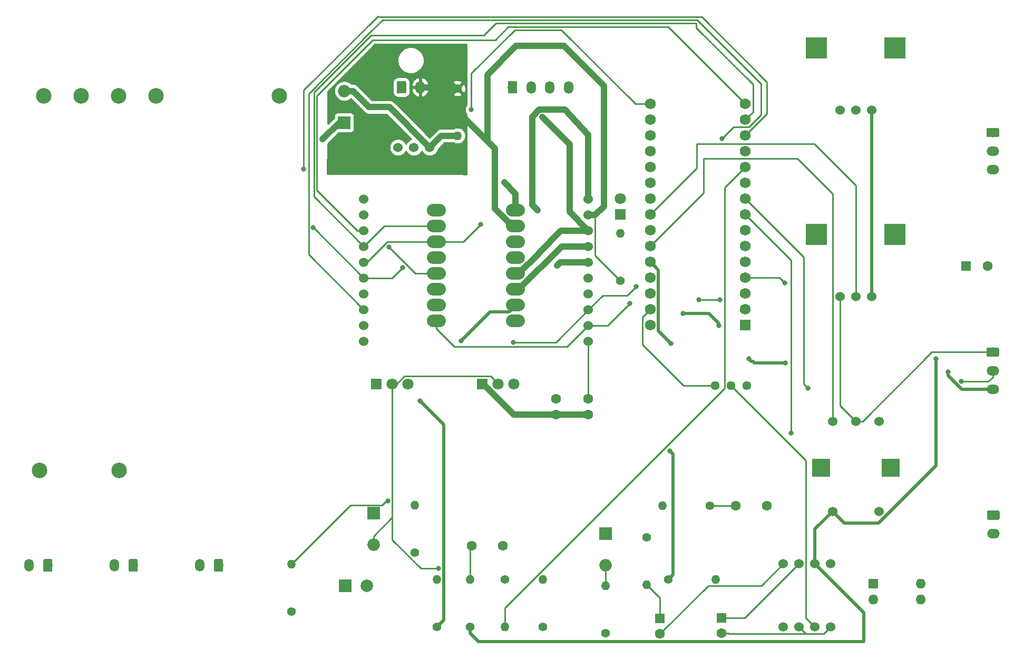
<source format=gbr>
G04 #@! TF.GenerationSoftware,KiCad,Pcbnew,5.1.2-f72e74a~84~ubuntu19.04.1*
G04 #@! TF.CreationDate,2019-10-23T18:47:17+02:00*
G04 #@! TF.ProjectId,upuaut,75707561-7574-42e6-9b69-6361645f7063,rev?*
G04 #@! TF.SameCoordinates,Original*
G04 #@! TF.FileFunction,Copper,L2,Bot*
G04 #@! TF.FilePolarity,Positive*
%FSLAX46Y46*%
G04 Gerber Fmt 4.6, Leading zero omitted, Abs format (unit mm)*
G04 Created by KiCad (PCBNEW 5.1.2-f72e74a~84~ubuntu19.04.1) date 2019-10-23 18:47:17*
%MOMM*%
%LPD*%
G04 APERTURE LIST*
%ADD10C,2.500000*%
%ADD11C,1.524000*%
%ADD12C,1.440000*%
%ADD13R,2.000000X2.000000*%
%ADD14C,2.000000*%
%ADD15C,1.600000*%
%ADD16R,1.600000X1.600000*%
%ADD17O,2.000000X2.000000*%
%ADD18R,1.800000X1.800000*%
%ADD19C,1.800000*%
%ADD20C,1.400000*%
%ADD21O,1.400000X1.400000*%
%ADD22C,0.100000*%
%ADD23C,1.500000*%
%ADD24O,2.020000X1.500000*%
%ADD25O,1.500000X2.020000*%
%ADD26R,3.500000X3.500000*%
%ADD27R,3.000000X3.000000*%
%ADD28O,3.048000X2.032000*%
%ADD29C,1.727200*%
%ADD30R,1.727200X1.727200*%
%ADD31O,1.600000X1.600000*%
%ADD32C,0.800000*%
%ADD33C,0.250000*%
%ADD34C,0.500000*%
%ADD35C,1.000000*%
%ADD36C,0.254000*%
G04 APERTURE END LIST*
D10*
X81650000Y-110900000D03*
X68900000Y-110900000D03*
X107350000Y-50700000D03*
X87600000Y-50700000D03*
X81550000Y-50700000D03*
X75550000Y-50700000D03*
X69550000Y-50700000D03*
D11*
X120966000Y-90176000D03*
X120966000Y-87636000D03*
X120966000Y-85096000D03*
X120966000Y-82556000D03*
X120966000Y-80016000D03*
X120966000Y-74936000D03*
X120966000Y-77476000D03*
X120966000Y-72396000D03*
X120966000Y-69856000D03*
X120966000Y-67316000D03*
X157034000Y-90176000D03*
X157034000Y-87636000D03*
X157034000Y-85096000D03*
X157034000Y-82556000D03*
X157034000Y-80016000D03*
X157034000Y-77476000D03*
X157034000Y-74936000D03*
X157034000Y-72396000D03*
X157034000Y-69856000D03*
X157034000Y-67316000D03*
D12*
X177420000Y-97300000D03*
X179960000Y-97300000D03*
X182500000Y-97300000D03*
D13*
X117934000Y-129490000D03*
D14*
X121434000Y-129490000D03*
D15*
X138300000Y-123000000D03*
X143300000Y-123000000D03*
X168500000Y-137200000D03*
D16*
X168500000Y-134700000D03*
D15*
X185700000Y-116600000D03*
X180700000Y-116600000D03*
D16*
X217700000Y-78100000D03*
D15*
X221200000Y-78100000D03*
D16*
X178400000Y-134600000D03*
D15*
X178400000Y-137100000D03*
D13*
X122506000Y-117806000D03*
D17*
X122506000Y-122886000D03*
D18*
X162200000Y-69800000D03*
D19*
X162200000Y-67260000D03*
D17*
X159800000Y-126180000D03*
D13*
X159800000Y-121100000D03*
D15*
X151800000Y-99400000D03*
X151800000Y-101900000D03*
X157000000Y-101900000D03*
X157000000Y-99400000D03*
D11*
X131540000Y-59000000D03*
X129000000Y-59000000D03*
X126460000Y-59000000D03*
D20*
X132666000Y-136094000D03*
D21*
X132666000Y-128474000D03*
D20*
X129110000Y-124156000D03*
D21*
X129110000Y-116536000D03*
D20*
X149684000Y-136094000D03*
D21*
X149684000Y-128474000D03*
D20*
X109300000Y-133600000D03*
D21*
X109300000Y-125980000D03*
X143588000Y-136094000D03*
D20*
X143588000Y-128474000D03*
X162200000Y-80400000D03*
D21*
X162200000Y-72780000D03*
X168980000Y-116600000D03*
D20*
X176600000Y-116600000D03*
D21*
X166400000Y-129320000D03*
D20*
X166400000Y-121700000D03*
D21*
X138000000Y-128474000D03*
D20*
X138000000Y-136094000D03*
D21*
X159772000Y-129474000D03*
D20*
X159772000Y-137094000D03*
D22*
G36*
X222784504Y-91151204D02*
G01*
X222808773Y-91154804D01*
X222832571Y-91160765D01*
X222855671Y-91169030D01*
X222877849Y-91179520D01*
X222898893Y-91192133D01*
X222918598Y-91206747D01*
X222936777Y-91223223D01*
X222953253Y-91241402D01*
X222967867Y-91261107D01*
X222980480Y-91282151D01*
X222990970Y-91304329D01*
X222999235Y-91327429D01*
X223005196Y-91351227D01*
X223008796Y-91375496D01*
X223010000Y-91400000D01*
X223010000Y-92400000D01*
X223008796Y-92424504D01*
X223005196Y-92448773D01*
X222999235Y-92472571D01*
X222990970Y-92495671D01*
X222980480Y-92517849D01*
X222967867Y-92538893D01*
X222953253Y-92558598D01*
X222936777Y-92576777D01*
X222918598Y-92593253D01*
X222898893Y-92607867D01*
X222877849Y-92620480D01*
X222855671Y-92630970D01*
X222832571Y-92639235D01*
X222808773Y-92645196D01*
X222784504Y-92648796D01*
X222760000Y-92650000D01*
X221240000Y-92650000D01*
X221215496Y-92648796D01*
X221191227Y-92645196D01*
X221167429Y-92639235D01*
X221144329Y-92630970D01*
X221122151Y-92620480D01*
X221101107Y-92607867D01*
X221081402Y-92593253D01*
X221063223Y-92576777D01*
X221046747Y-92558598D01*
X221032133Y-92538893D01*
X221019520Y-92517849D01*
X221009030Y-92495671D01*
X221000765Y-92472571D01*
X220994804Y-92448773D01*
X220991204Y-92424504D01*
X220990000Y-92400000D01*
X220990000Y-91400000D01*
X220991204Y-91375496D01*
X220994804Y-91351227D01*
X221000765Y-91327429D01*
X221009030Y-91304329D01*
X221019520Y-91282151D01*
X221032133Y-91261107D01*
X221046747Y-91241402D01*
X221063223Y-91223223D01*
X221081402Y-91206747D01*
X221101107Y-91192133D01*
X221122151Y-91179520D01*
X221144329Y-91169030D01*
X221167429Y-91160765D01*
X221191227Y-91154804D01*
X221215496Y-91151204D01*
X221240000Y-91150000D01*
X222760000Y-91150000D01*
X222784504Y-91151204D01*
X222784504Y-91151204D01*
G37*
D23*
X222000000Y-91900000D03*
D24*
X222000000Y-94900000D03*
X222000000Y-97900000D03*
D22*
G36*
X70706504Y-125179204D02*
G01*
X70730773Y-125182804D01*
X70754571Y-125188765D01*
X70777671Y-125197030D01*
X70799849Y-125207520D01*
X70820893Y-125220133D01*
X70840598Y-125234747D01*
X70858777Y-125251223D01*
X70875253Y-125269402D01*
X70889867Y-125289107D01*
X70902480Y-125310151D01*
X70912970Y-125332329D01*
X70921235Y-125355429D01*
X70927196Y-125379227D01*
X70930796Y-125403496D01*
X70932000Y-125428000D01*
X70932000Y-126948000D01*
X70930796Y-126972504D01*
X70927196Y-126996773D01*
X70921235Y-127020571D01*
X70912970Y-127043671D01*
X70902480Y-127065849D01*
X70889867Y-127086893D01*
X70875253Y-127106598D01*
X70858777Y-127124777D01*
X70840598Y-127141253D01*
X70820893Y-127155867D01*
X70799849Y-127168480D01*
X70777671Y-127178970D01*
X70754571Y-127187235D01*
X70730773Y-127193196D01*
X70706504Y-127196796D01*
X70682000Y-127198000D01*
X69682000Y-127198000D01*
X69657496Y-127196796D01*
X69633227Y-127193196D01*
X69609429Y-127187235D01*
X69586329Y-127178970D01*
X69564151Y-127168480D01*
X69543107Y-127155867D01*
X69523402Y-127141253D01*
X69505223Y-127124777D01*
X69488747Y-127106598D01*
X69474133Y-127086893D01*
X69461520Y-127065849D01*
X69451030Y-127043671D01*
X69442765Y-127020571D01*
X69436804Y-126996773D01*
X69433204Y-126972504D01*
X69432000Y-126948000D01*
X69432000Y-125428000D01*
X69433204Y-125403496D01*
X69436804Y-125379227D01*
X69442765Y-125355429D01*
X69451030Y-125332329D01*
X69461520Y-125310151D01*
X69474133Y-125289107D01*
X69488747Y-125269402D01*
X69505223Y-125251223D01*
X69523402Y-125234747D01*
X69543107Y-125220133D01*
X69564151Y-125207520D01*
X69586329Y-125197030D01*
X69609429Y-125188765D01*
X69633227Y-125182804D01*
X69657496Y-125179204D01*
X69682000Y-125178000D01*
X70682000Y-125178000D01*
X70706504Y-125179204D01*
X70706504Y-125179204D01*
G37*
D23*
X70182000Y-126188000D03*
D25*
X67182000Y-126188000D03*
D11*
X202540000Y-53000000D03*
X200000000Y-53000000D03*
X197460000Y-53000000D03*
D26*
X193700000Y-43000000D03*
X206300000Y-43000000D03*
D22*
G36*
X145374504Y-48311204D02*
G01*
X145398773Y-48314804D01*
X145422571Y-48320765D01*
X145445671Y-48329030D01*
X145467849Y-48339520D01*
X145488893Y-48352133D01*
X145508598Y-48366747D01*
X145526777Y-48383223D01*
X145543253Y-48401402D01*
X145557867Y-48421107D01*
X145570480Y-48442151D01*
X145580970Y-48464329D01*
X145589235Y-48487429D01*
X145595196Y-48511227D01*
X145598796Y-48535496D01*
X145600000Y-48560000D01*
X145600000Y-50080000D01*
X145598796Y-50104504D01*
X145595196Y-50128773D01*
X145589235Y-50152571D01*
X145580970Y-50175671D01*
X145570480Y-50197849D01*
X145557867Y-50218893D01*
X145543253Y-50238598D01*
X145526777Y-50256777D01*
X145508598Y-50273253D01*
X145488893Y-50287867D01*
X145467849Y-50300480D01*
X145445671Y-50310970D01*
X145422571Y-50319235D01*
X145398773Y-50325196D01*
X145374504Y-50328796D01*
X145350000Y-50330000D01*
X144350000Y-50330000D01*
X144325496Y-50328796D01*
X144301227Y-50325196D01*
X144277429Y-50319235D01*
X144254329Y-50310970D01*
X144232151Y-50300480D01*
X144211107Y-50287867D01*
X144191402Y-50273253D01*
X144173223Y-50256777D01*
X144156747Y-50238598D01*
X144142133Y-50218893D01*
X144129520Y-50197849D01*
X144119030Y-50175671D01*
X144110765Y-50152571D01*
X144104804Y-50128773D01*
X144101204Y-50104504D01*
X144100000Y-50080000D01*
X144100000Y-48560000D01*
X144101204Y-48535496D01*
X144104804Y-48511227D01*
X144110765Y-48487429D01*
X144119030Y-48464329D01*
X144129520Y-48442151D01*
X144142133Y-48421107D01*
X144156747Y-48401402D01*
X144173223Y-48383223D01*
X144191402Y-48366747D01*
X144211107Y-48352133D01*
X144232151Y-48339520D01*
X144254329Y-48329030D01*
X144277429Y-48320765D01*
X144301227Y-48314804D01*
X144325496Y-48311204D01*
X144350000Y-48310000D01*
X145350000Y-48310000D01*
X145374504Y-48311204D01*
X145374504Y-48311204D01*
G37*
D23*
X144850000Y-49320000D03*
D25*
X147850000Y-49320000D03*
X150850000Y-49320000D03*
X153850000Y-49320000D03*
D18*
X140000000Y-97000000D03*
D19*
X142540000Y-97000000D03*
X145080000Y-97000000D03*
X128080000Y-97000000D03*
X125540000Y-97000000D03*
D18*
X123000000Y-97000000D03*
D26*
X206300000Y-73000000D03*
X193700000Y-73000000D03*
D11*
X197460000Y-83000000D03*
X200000000Y-83000000D03*
X202540000Y-83000000D03*
X203750000Y-103014000D03*
X196250000Y-103000000D03*
X200000000Y-103000000D03*
D27*
X205600000Y-110500000D03*
X194400000Y-110500000D03*
D11*
X196250000Y-117500000D03*
X203750000Y-117500000D03*
X188320000Y-136080000D03*
X190860000Y-136080000D03*
X193400000Y-136080000D03*
X195940000Y-136080000D03*
X195940000Y-125920000D03*
X193400000Y-125920000D03*
X190860000Y-125920000D03*
X188320000Y-125920000D03*
D28*
X145350000Y-86890000D03*
X145350000Y-84350000D03*
X145350000Y-81810000D03*
X145350000Y-79270000D03*
X145350000Y-76730000D03*
X145350000Y-74190000D03*
X145350000Y-71650000D03*
X145350000Y-69110000D03*
X132650000Y-69110000D03*
X132650000Y-71650000D03*
X132650000Y-74190000D03*
X132650000Y-76730000D03*
X132650000Y-79270000D03*
X132650000Y-81810000D03*
X132650000Y-84350000D03*
X132650000Y-86890000D03*
D24*
X222000000Y-62600000D03*
X222000000Y-59600000D03*
D22*
G36*
X222784504Y-55851204D02*
G01*
X222808773Y-55854804D01*
X222832571Y-55860765D01*
X222855671Y-55869030D01*
X222877849Y-55879520D01*
X222898893Y-55892133D01*
X222918598Y-55906747D01*
X222936777Y-55923223D01*
X222953253Y-55941402D01*
X222967867Y-55961107D01*
X222980480Y-55982151D01*
X222990970Y-56004329D01*
X222999235Y-56027429D01*
X223005196Y-56051227D01*
X223008796Y-56075496D01*
X223010000Y-56100000D01*
X223010000Y-57100000D01*
X223008796Y-57124504D01*
X223005196Y-57148773D01*
X222999235Y-57172571D01*
X222990970Y-57195671D01*
X222980480Y-57217849D01*
X222967867Y-57238893D01*
X222953253Y-57258598D01*
X222936777Y-57276777D01*
X222918598Y-57293253D01*
X222898893Y-57307867D01*
X222877849Y-57320480D01*
X222855671Y-57330970D01*
X222832571Y-57339235D01*
X222808773Y-57345196D01*
X222784504Y-57348796D01*
X222760000Y-57350000D01*
X221240000Y-57350000D01*
X221215496Y-57348796D01*
X221191227Y-57345196D01*
X221167429Y-57339235D01*
X221144329Y-57330970D01*
X221122151Y-57320480D01*
X221101107Y-57307867D01*
X221081402Y-57293253D01*
X221063223Y-57276777D01*
X221046747Y-57258598D01*
X221032133Y-57238893D01*
X221019520Y-57217849D01*
X221009030Y-57195671D01*
X221000765Y-57172571D01*
X220994804Y-57148773D01*
X220991204Y-57124504D01*
X220990000Y-57100000D01*
X220990000Y-56100000D01*
X220991204Y-56075496D01*
X220994804Y-56051227D01*
X221000765Y-56027429D01*
X221009030Y-56004329D01*
X221019520Y-55982151D01*
X221032133Y-55961107D01*
X221046747Y-55941402D01*
X221063223Y-55923223D01*
X221081402Y-55906747D01*
X221101107Y-55892133D01*
X221122151Y-55879520D01*
X221144329Y-55869030D01*
X221167429Y-55860765D01*
X221191227Y-55854804D01*
X221215496Y-55851204D01*
X221240000Y-55850000D01*
X222760000Y-55850000D01*
X222784504Y-55851204D01*
X222784504Y-55851204D01*
G37*
D23*
X222000000Y-56600000D03*
D24*
X222100000Y-121100000D03*
D22*
G36*
X222884504Y-117351204D02*
G01*
X222908773Y-117354804D01*
X222932571Y-117360765D01*
X222955671Y-117369030D01*
X222977849Y-117379520D01*
X222998893Y-117392133D01*
X223018598Y-117406747D01*
X223036777Y-117423223D01*
X223053253Y-117441402D01*
X223067867Y-117461107D01*
X223080480Y-117482151D01*
X223090970Y-117504329D01*
X223099235Y-117527429D01*
X223105196Y-117551227D01*
X223108796Y-117575496D01*
X223110000Y-117600000D01*
X223110000Y-118600000D01*
X223108796Y-118624504D01*
X223105196Y-118648773D01*
X223099235Y-118672571D01*
X223090970Y-118695671D01*
X223080480Y-118717849D01*
X223067867Y-118738893D01*
X223053253Y-118758598D01*
X223036777Y-118776777D01*
X223018598Y-118793253D01*
X222998893Y-118807867D01*
X222977849Y-118820480D01*
X222955671Y-118830970D01*
X222932571Y-118839235D01*
X222908773Y-118845196D01*
X222884504Y-118848796D01*
X222860000Y-118850000D01*
X221340000Y-118850000D01*
X221315496Y-118848796D01*
X221291227Y-118845196D01*
X221267429Y-118839235D01*
X221244329Y-118830970D01*
X221222151Y-118820480D01*
X221201107Y-118807867D01*
X221181402Y-118793253D01*
X221163223Y-118776777D01*
X221146747Y-118758598D01*
X221132133Y-118738893D01*
X221119520Y-118717849D01*
X221109030Y-118695671D01*
X221100765Y-118672571D01*
X221094804Y-118648773D01*
X221091204Y-118624504D01*
X221090000Y-118600000D01*
X221090000Y-117600000D01*
X221091204Y-117575496D01*
X221094804Y-117551227D01*
X221100765Y-117527429D01*
X221109030Y-117504329D01*
X221119520Y-117482151D01*
X221132133Y-117461107D01*
X221146747Y-117441402D01*
X221163223Y-117423223D01*
X221181402Y-117406747D01*
X221201107Y-117392133D01*
X221222151Y-117379520D01*
X221244329Y-117369030D01*
X221267429Y-117360765D01*
X221291227Y-117354804D01*
X221315496Y-117351204D01*
X221340000Y-117350000D01*
X222860000Y-117350000D01*
X222884504Y-117351204D01*
X222884504Y-117351204D01*
G37*
D23*
X222100000Y-118100000D03*
D22*
G36*
X127524504Y-48311204D02*
G01*
X127548773Y-48314804D01*
X127572571Y-48320765D01*
X127595671Y-48329030D01*
X127617849Y-48339520D01*
X127638893Y-48352133D01*
X127658598Y-48366747D01*
X127676777Y-48383223D01*
X127693253Y-48401402D01*
X127707867Y-48421107D01*
X127720480Y-48442151D01*
X127730970Y-48464329D01*
X127739235Y-48487429D01*
X127745196Y-48511227D01*
X127748796Y-48535496D01*
X127750000Y-48560000D01*
X127750000Y-50080000D01*
X127748796Y-50104504D01*
X127745196Y-50128773D01*
X127739235Y-50152571D01*
X127730970Y-50175671D01*
X127720480Y-50197849D01*
X127707867Y-50218893D01*
X127693253Y-50238598D01*
X127676777Y-50256777D01*
X127658598Y-50273253D01*
X127638893Y-50287867D01*
X127617849Y-50300480D01*
X127595671Y-50310970D01*
X127572571Y-50319235D01*
X127548773Y-50325196D01*
X127524504Y-50328796D01*
X127500000Y-50330000D01*
X126500000Y-50330000D01*
X126475496Y-50328796D01*
X126451227Y-50325196D01*
X126427429Y-50319235D01*
X126404329Y-50310970D01*
X126382151Y-50300480D01*
X126361107Y-50287867D01*
X126341402Y-50273253D01*
X126323223Y-50256777D01*
X126306747Y-50238598D01*
X126292133Y-50218893D01*
X126279520Y-50197849D01*
X126269030Y-50175671D01*
X126260765Y-50152571D01*
X126254804Y-50128773D01*
X126251204Y-50104504D01*
X126250000Y-50080000D01*
X126250000Y-48560000D01*
X126251204Y-48535496D01*
X126254804Y-48511227D01*
X126260765Y-48487429D01*
X126269030Y-48464329D01*
X126279520Y-48442151D01*
X126292133Y-48421107D01*
X126306747Y-48401402D01*
X126323223Y-48383223D01*
X126341402Y-48366747D01*
X126361107Y-48352133D01*
X126382151Y-48339520D01*
X126404329Y-48329030D01*
X126427429Y-48320765D01*
X126451227Y-48314804D01*
X126475496Y-48311204D01*
X126500000Y-48310000D01*
X127500000Y-48310000D01*
X127524504Y-48311204D01*
X127524504Y-48311204D01*
G37*
D23*
X127000000Y-49320000D03*
D25*
X130000000Y-49320000D03*
D22*
G36*
X84422504Y-125179204D02*
G01*
X84446773Y-125182804D01*
X84470571Y-125188765D01*
X84493671Y-125197030D01*
X84515849Y-125207520D01*
X84536893Y-125220133D01*
X84556598Y-125234747D01*
X84574777Y-125251223D01*
X84591253Y-125269402D01*
X84605867Y-125289107D01*
X84618480Y-125310151D01*
X84628970Y-125332329D01*
X84637235Y-125355429D01*
X84643196Y-125379227D01*
X84646796Y-125403496D01*
X84648000Y-125428000D01*
X84648000Y-126948000D01*
X84646796Y-126972504D01*
X84643196Y-126996773D01*
X84637235Y-127020571D01*
X84628970Y-127043671D01*
X84618480Y-127065849D01*
X84605867Y-127086893D01*
X84591253Y-127106598D01*
X84574777Y-127124777D01*
X84556598Y-127141253D01*
X84536893Y-127155867D01*
X84515849Y-127168480D01*
X84493671Y-127178970D01*
X84470571Y-127187235D01*
X84446773Y-127193196D01*
X84422504Y-127196796D01*
X84398000Y-127198000D01*
X83398000Y-127198000D01*
X83373496Y-127196796D01*
X83349227Y-127193196D01*
X83325429Y-127187235D01*
X83302329Y-127178970D01*
X83280151Y-127168480D01*
X83259107Y-127155867D01*
X83239402Y-127141253D01*
X83221223Y-127124777D01*
X83204747Y-127106598D01*
X83190133Y-127086893D01*
X83177520Y-127065849D01*
X83167030Y-127043671D01*
X83158765Y-127020571D01*
X83152804Y-126996773D01*
X83149204Y-126972504D01*
X83148000Y-126948000D01*
X83148000Y-125428000D01*
X83149204Y-125403496D01*
X83152804Y-125379227D01*
X83158765Y-125355429D01*
X83167030Y-125332329D01*
X83177520Y-125310151D01*
X83190133Y-125289107D01*
X83204747Y-125269402D01*
X83221223Y-125251223D01*
X83239402Y-125234747D01*
X83259107Y-125220133D01*
X83280151Y-125207520D01*
X83302329Y-125197030D01*
X83325429Y-125188765D01*
X83349227Y-125182804D01*
X83373496Y-125179204D01*
X83398000Y-125178000D01*
X84398000Y-125178000D01*
X84422504Y-125179204D01*
X84422504Y-125179204D01*
G37*
D23*
X83898000Y-126188000D03*
D25*
X80898000Y-126188000D03*
X94614000Y-126188000D03*
D22*
G36*
X98138504Y-125179204D02*
G01*
X98162773Y-125182804D01*
X98186571Y-125188765D01*
X98209671Y-125197030D01*
X98231849Y-125207520D01*
X98252893Y-125220133D01*
X98272598Y-125234747D01*
X98290777Y-125251223D01*
X98307253Y-125269402D01*
X98321867Y-125289107D01*
X98334480Y-125310151D01*
X98344970Y-125332329D01*
X98353235Y-125355429D01*
X98359196Y-125379227D01*
X98362796Y-125403496D01*
X98364000Y-125428000D01*
X98364000Y-126948000D01*
X98362796Y-126972504D01*
X98359196Y-126996773D01*
X98353235Y-127020571D01*
X98344970Y-127043671D01*
X98334480Y-127065849D01*
X98321867Y-127086893D01*
X98307253Y-127106598D01*
X98290777Y-127124777D01*
X98272598Y-127141253D01*
X98252893Y-127155867D01*
X98231849Y-127168480D01*
X98209671Y-127178970D01*
X98186571Y-127187235D01*
X98162773Y-127193196D01*
X98138504Y-127196796D01*
X98114000Y-127198000D01*
X97114000Y-127198000D01*
X97089496Y-127196796D01*
X97065227Y-127193196D01*
X97041429Y-127187235D01*
X97018329Y-127178970D01*
X96996151Y-127168480D01*
X96975107Y-127155867D01*
X96955402Y-127141253D01*
X96937223Y-127124777D01*
X96920747Y-127106598D01*
X96906133Y-127086893D01*
X96893520Y-127065849D01*
X96883030Y-127043671D01*
X96874765Y-127020571D01*
X96868804Y-126996773D01*
X96865204Y-126972504D01*
X96864000Y-126948000D01*
X96864000Y-125428000D01*
X96865204Y-125403496D01*
X96868804Y-125379227D01*
X96874765Y-125355429D01*
X96883030Y-125332329D01*
X96893520Y-125310151D01*
X96906133Y-125289107D01*
X96920747Y-125269402D01*
X96937223Y-125251223D01*
X96955402Y-125234747D01*
X96975107Y-125220133D01*
X96996151Y-125207520D01*
X97018329Y-125197030D01*
X97041429Y-125188765D01*
X97065227Y-125182804D01*
X97089496Y-125179204D01*
X97114000Y-125178000D01*
X98114000Y-125178000D01*
X98138504Y-125179204D01*
X98138504Y-125179204D01*
G37*
D23*
X97614000Y-126188000D03*
D29*
X166980000Y-87570000D03*
X166980000Y-85030000D03*
X166980000Y-82490000D03*
X166980000Y-79950000D03*
X166980000Y-77410000D03*
X166980000Y-74870000D03*
X166980000Y-72330000D03*
X166980000Y-69790000D03*
X166980000Y-67250000D03*
X166980000Y-64710000D03*
X166980000Y-62170000D03*
X166980000Y-59630000D03*
X166980000Y-57090000D03*
X166980000Y-54550000D03*
X166980000Y-52010000D03*
X182220000Y-52010000D03*
X182220000Y-54550000D03*
X182220000Y-57090000D03*
X182220000Y-59630000D03*
X182220000Y-62170000D03*
X182220000Y-64710000D03*
X182220000Y-67250000D03*
X182220000Y-69790000D03*
X182220000Y-72330000D03*
X182220000Y-74870000D03*
X182220000Y-77410000D03*
X182220000Y-79950000D03*
X182220000Y-82490000D03*
X182220000Y-85030000D03*
D30*
X182220000Y-87570000D03*
D13*
X117800000Y-55000000D03*
D17*
X117800000Y-49920000D03*
D21*
X177520000Y-128400000D03*
D20*
X169900000Y-128400000D03*
X136000000Y-49500000D03*
D21*
X136000000Y-57120000D03*
D16*
X202800000Y-129100000D03*
D31*
X210420000Y-131640000D03*
X202800000Y-131640000D03*
X210420000Y-129100000D03*
D32*
X178500000Y-57600000D03*
X170100000Y-107800000D03*
X170300000Y-90500000D03*
X172200000Y-85700000D03*
X178000000Y-87600000D03*
X182800000Y-93000000D03*
X188700000Y-93600000D03*
X214800000Y-95100000D03*
X149649990Y-54119990D03*
X152000000Y-78000000D03*
X192300000Y-97700000D03*
X189600000Y-104900000D03*
X148890000Y-69110000D03*
X143500000Y-64600000D03*
X114325000Y-57675000D03*
X136600000Y-90100000D03*
X130000000Y-99700000D03*
X212900000Y-93000000D03*
X216975000Y-96600000D03*
X124815000Y-115800000D03*
X138200000Y-52900000D03*
X139700000Y-71400000D03*
X127200000Y-78300000D03*
X112825000Y-71900000D03*
X111300000Y-62500000D03*
X125000000Y-75000000D03*
X163700000Y-84100000D03*
X145000000Y-90300000D03*
X164700000Y-81400000D03*
X132966001Y-126700000D03*
X188600000Y-80800000D03*
X174800000Y-83500000D03*
X178189999Y-83500000D03*
D33*
X120966000Y-85096000D02*
X112100000Y-76230000D01*
X112100000Y-50363590D02*
X122063590Y-40400000D01*
X112100000Y-76230000D02*
X112100000Y-50363590D01*
X122063590Y-40400000D02*
X123963590Y-38500000D01*
X174536410Y-38500000D02*
X184800000Y-48763590D01*
X123963590Y-38500000D02*
X174536410Y-38500000D01*
X180361399Y-55738601D02*
X178500000Y-57600000D01*
X182790529Y-55738601D02*
X180361399Y-55738601D01*
X184800000Y-48763590D02*
X184800000Y-53729130D01*
X184800000Y-53729130D02*
X182790529Y-55738601D01*
D34*
X170599999Y-108299999D02*
X170100000Y-107800000D01*
X169900000Y-128400000D02*
X170599999Y-127700001D01*
X170599999Y-127700001D02*
X170599999Y-108299999D01*
X167843599Y-78273599D02*
X166980000Y-77410000D01*
X168293601Y-78723601D02*
X167843599Y-78273599D01*
X168293601Y-88493601D02*
X168293601Y-78723601D01*
X170300000Y-90500000D02*
X168293601Y-88493601D01*
X172200000Y-85700000D02*
X176400000Y-85700000D01*
X176400000Y-85700000D02*
X178000000Y-87300000D01*
X178000000Y-87300000D02*
X178000000Y-87600000D01*
X183200000Y-93400000D02*
X183474998Y-93400000D01*
X182800000Y-93000000D02*
X183200000Y-93400000D01*
X183474998Y-93400000D02*
X183674998Y-93600000D01*
X183674998Y-93600000D02*
X188700000Y-93600000D01*
X217034315Y-97900000D02*
X220490000Y-97900000D01*
X214800000Y-95665685D02*
X217034315Y-97900000D01*
X220490000Y-97900000D02*
X222000000Y-97900000D01*
X214800000Y-95100000D02*
X214800000Y-95665685D01*
D35*
X154000000Y-69362000D02*
X157034000Y-72396000D01*
X149649990Y-54119990D02*
X154000000Y-58470000D01*
X154000000Y-58470000D02*
X154000000Y-69362000D01*
X152618804Y-72396000D02*
X149014804Y-76000000D01*
X157034000Y-72396000D02*
X152618804Y-72396000D01*
X145858000Y-79270000D02*
X145350000Y-79270000D01*
X149014804Y-76113196D02*
X145858000Y-79270000D01*
X149014804Y-76000000D02*
X149014804Y-76113196D01*
X145858000Y-81810000D02*
X145350000Y-81810000D01*
X152732000Y-74936000D02*
X145858000Y-81810000D01*
X157034000Y-74936000D02*
X152732000Y-74936000D01*
X157034000Y-77476000D02*
X152524000Y-77476000D01*
X152524000Y-77476000D02*
X152000000Y-78000000D01*
D33*
X191624999Y-76654999D02*
X183083599Y-68113599D01*
X183083599Y-68113599D02*
X182220000Y-67250000D01*
X191624999Y-97024999D02*
X191624999Y-76654999D01*
X192300000Y-97700000D02*
X191624999Y-97024999D01*
X138000000Y-123300000D02*
X138300000Y-123000000D01*
X138000000Y-128474000D02*
X138000000Y-123300000D01*
X189600000Y-77170000D02*
X182220000Y-69790000D01*
X189600000Y-104900000D02*
X189600000Y-77170000D01*
X169299999Y-136400001D02*
X168500000Y-137200000D01*
X176274999Y-129425001D02*
X169299999Y-136400001D01*
X184814999Y-129425001D02*
X176274999Y-129425001D01*
X188320000Y-125920000D02*
X184814999Y-129425001D01*
X168500000Y-131420000D02*
X166400000Y-129320000D01*
X168500000Y-134700000D02*
X168500000Y-131420000D01*
X177589949Y-116600000D02*
X180700000Y-116600000D01*
X176600000Y-116600000D02*
X177589949Y-116600000D01*
X182180000Y-134600000D02*
X190860000Y-125920000D01*
X178400000Y-134600000D02*
X182180000Y-134600000D01*
D35*
X157034000Y-67316000D02*
X157034000Y-57034000D01*
X148000000Y-68220000D02*
X148890000Y-69110000D01*
X148000000Y-54072910D02*
X148000000Y-68220000D01*
X149152929Y-52919981D02*
X148000000Y-54072910D01*
X157000000Y-57000000D02*
X153300000Y-52900000D01*
X153300000Y-52900000D02*
X149152929Y-52919981D01*
X145350000Y-69110000D02*
X145350000Y-66450000D01*
X145350000Y-66450000D02*
X143500000Y-64600000D01*
X150668630Y-101900000D02*
X151800000Y-101900000D01*
X145071998Y-101900000D02*
X150668630Y-101900000D01*
X140171998Y-97000000D02*
X145071998Y-101900000D01*
X140000000Y-97000000D02*
X140171998Y-97000000D01*
X151800000Y-101900000D02*
X157000000Y-101900000D01*
X117800000Y-55000000D02*
X117000000Y-55000000D01*
X117000000Y-55000000D02*
X114325000Y-57675000D01*
D34*
X97626000Y-126200000D02*
X97614000Y-126188000D01*
X145350000Y-84350000D02*
X144842000Y-84350000D01*
X144276010Y-85423990D02*
X141276010Y-85423990D01*
X145350000Y-84350000D02*
X144276010Y-85423990D01*
X141276010Y-85423990D02*
X136600000Y-90100000D01*
X202540000Y-53000000D02*
X202540000Y-83000000D01*
X133365999Y-135394001D02*
X132666000Y-136094000D01*
X133816001Y-134943999D02*
X133365999Y-135394001D01*
X133816001Y-103516001D02*
X133816001Y-134943999D01*
X130000000Y-99700000D02*
X133816001Y-103516001D01*
X139366052Y-138450001D02*
X201249999Y-138450001D01*
X138000000Y-136094000D02*
X138000000Y-137083949D01*
X138000000Y-137083949D02*
X139366052Y-138450001D01*
X201249999Y-133769999D02*
X193400000Y-125920000D01*
X201249999Y-138450001D02*
X201249999Y-133769999D01*
X193400000Y-120350000D02*
X196250000Y-117500000D01*
X193400000Y-125920000D02*
X193400000Y-120350000D01*
X196250000Y-117500000D02*
X198150000Y-119400000D01*
X203643762Y-119400000D02*
X212900000Y-110143762D01*
X198150000Y-119400000D02*
X203643762Y-119400000D01*
X212900000Y-110143762D02*
X212900000Y-98600000D01*
X212900000Y-98600000D02*
X212900000Y-93000000D01*
D33*
X222000000Y-95900000D02*
X222000000Y-94900000D01*
X221300000Y-96600000D02*
X222000000Y-95900000D01*
X216975000Y-96600000D02*
X221300000Y-96600000D01*
X118799001Y-116480999D02*
X123919001Y-116480999D01*
X109300000Y-125980000D02*
X118799001Y-116480999D01*
X123919001Y-116480999D02*
X124600000Y-115800000D01*
X124600000Y-115800000D02*
X124815000Y-115800000D01*
X181356401Y-63033599D02*
X182220000Y-62170000D01*
X143588000Y-133052998D02*
X178914999Y-97725999D01*
X178914999Y-65475001D02*
X181356401Y-63033599D01*
X178914999Y-97725999D02*
X178914999Y-65475001D01*
X143588000Y-136094000D02*
X143588000Y-133052998D01*
X180679999Y-98019999D02*
X179960000Y-97300000D01*
X191947001Y-134627001D02*
X191947001Y-109287001D01*
X191947001Y-109287001D02*
X180679999Y-98019999D01*
X193400000Y-136080000D02*
X191947001Y-134627001D01*
X124736998Y-74190000D02*
X132650000Y-74190000D01*
X120966000Y-77476000D02*
X121450998Y-77476000D01*
X121450998Y-77476000D02*
X124736998Y-74190000D01*
X136910000Y-74190000D02*
X132650000Y-74190000D01*
X139700000Y-71400000D02*
X136910000Y-74190000D01*
X152670000Y-40100000D02*
X164580000Y-52010000D01*
X145200000Y-40100000D02*
X152670000Y-40100000D01*
X138200000Y-52900000D02*
X138200000Y-47100000D01*
X164580000Y-52010000D02*
X166980000Y-52010000D01*
X138200000Y-47100000D02*
X145200000Y-40100000D01*
X120966000Y-80016000D02*
X125484000Y-80016000D01*
X125484000Y-80016000D02*
X127200000Y-78300000D01*
X120966000Y-80016000D02*
X112850000Y-71900000D01*
X112850000Y-71900000D02*
X112825000Y-71900000D01*
X111300000Y-62500000D02*
X111300000Y-49800000D01*
X111300000Y-49800000D02*
X123200000Y-37900000D01*
X123349990Y-38049990D02*
X175250010Y-38049990D01*
X123200000Y-37900000D02*
X123349990Y-38049990D01*
X175250010Y-38049990D02*
X185700000Y-48499980D01*
X185700000Y-53610000D02*
X182220000Y-57090000D01*
X185700000Y-48499980D02*
X185700000Y-53610000D01*
X124252000Y-71650000D02*
X132650000Y-71650000D01*
X120966000Y-74936000D02*
X124252000Y-71650000D01*
X183083599Y-53686401D02*
X182220000Y-54550000D01*
X183470001Y-53299999D02*
X183083599Y-53686401D01*
X183470001Y-48869999D02*
X183470001Y-53299999D01*
X174400000Y-39799998D02*
X183470001Y-48869999D01*
X174400000Y-39000000D02*
X174400000Y-39799998D01*
X120966000Y-74936000D02*
X112949990Y-66919990D01*
X112949990Y-66919990D02*
X112949990Y-50150010D01*
X112949990Y-50150010D02*
X122100000Y-41000000D01*
X142200000Y-39000000D02*
X174400000Y-39000000D01*
X140200000Y-41000000D02*
X142200000Y-39000000D01*
X122100000Y-41000000D02*
X140200000Y-41000000D01*
X129270000Y-79270000D02*
X132650000Y-79270000D01*
X125000000Y-75000000D02*
X129270000Y-79270000D01*
X169859990Y-39649990D02*
X182220000Y-52010000D01*
X144150010Y-39649990D02*
X169859990Y-39649990D01*
X142100000Y-41700000D02*
X144150010Y-39649990D01*
X119888370Y-72396000D02*
X113400000Y-65907630D01*
X122400000Y-41700000D02*
X142100000Y-41700000D01*
X120966000Y-72396000D02*
X119888370Y-72396000D01*
X113400000Y-65907630D02*
X113400000Y-50700000D01*
X113400000Y-50700000D02*
X122400000Y-41700000D01*
X156272001Y-88397999D02*
X157034000Y-87636000D01*
X153644999Y-91025001D02*
X156272001Y-88397999D01*
X135519001Y-91025001D02*
X153644999Y-91025001D01*
X132650000Y-88156000D02*
X135519001Y-91025001D01*
X132650000Y-86890000D02*
X132650000Y-88156000D01*
X157034000Y-87636000D02*
X160164000Y-87636000D01*
X160164000Y-87636000D02*
X163700000Y-84100000D01*
X151830000Y-90300000D02*
X157034000Y-85096000D01*
X145000000Y-90300000D02*
X151830000Y-90300000D01*
X157034000Y-85096000D02*
X159330000Y-82800000D01*
X159330000Y-82800000D02*
X163300000Y-82800000D01*
X163300000Y-82800000D02*
X164700000Y-81400000D01*
X174458601Y-58441399D02*
X174458601Y-62311399D01*
X193341399Y-58441399D02*
X174458601Y-58441399D01*
X200000000Y-83000000D02*
X200000000Y-65100000D01*
X174458601Y-62311399D02*
X166980000Y-69790000D01*
X200000000Y-65100000D02*
X193341399Y-58441399D01*
X196250000Y-103000000D02*
X196250000Y-66450000D01*
X190618601Y-60818601D02*
X175518601Y-60818601D01*
X196250000Y-66450000D02*
X190618601Y-60818601D01*
X175518601Y-66331399D02*
X166980000Y-74870000D01*
X175518601Y-60818601D02*
X175518601Y-66331399D01*
X159772000Y-126208000D02*
X159800000Y-126180000D01*
X159772000Y-129474000D02*
X159772000Y-126208000D01*
D35*
X131540000Y-59000000D02*
X125060000Y-52520000D01*
X133420000Y-57120000D02*
X131540000Y-59000000D01*
X136000000Y-57120000D02*
X133420000Y-57120000D01*
X121814213Y-52520000D02*
X125060000Y-52520000D01*
X119214213Y-49920000D02*
X121814213Y-52520000D01*
X117800000Y-49920000D02*
X119214213Y-49920000D01*
X157034000Y-69856000D02*
X158144000Y-69856000D01*
D33*
X144842000Y-71650000D02*
X145350000Y-71650000D01*
D35*
X142000000Y-68808000D02*
X144842000Y-71650000D01*
X142000000Y-59200000D02*
X142000000Y-68808000D01*
X132120000Y-49320000D02*
X130000000Y-49320000D01*
X140800000Y-58000000D02*
X132120000Y-49320000D01*
X140800000Y-58000000D02*
X140800000Y-47300000D01*
X142000000Y-59200000D02*
X140800000Y-58000000D01*
X140800000Y-47300000D02*
X145400000Y-42700000D01*
X145400000Y-42700000D02*
X153100000Y-42700000D01*
X153100000Y-42700000D02*
X159500000Y-49100000D01*
X159500000Y-68500000D02*
X158144000Y-69856000D01*
X159500000Y-49100000D02*
X159500000Y-68500000D01*
D33*
X157000000Y-90210000D02*
X157034000Y-90176000D01*
X157000000Y-99400000D02*
X157000000Y-90210000D01*
D35*
X136000000Y-49500000D02*
X132300000Y-49500000D01*
D33*
X141640001Y-96100001D02*
X142540000Y-97000000D01*
X141314999Y-95774999D02*
X141640001Y-96100001D01*
X127491999Y-95774999D02*
X141314999Y-95774999D01*
X126266998Y-97000000D02*
X127491999Y-95774999D01*
X125540000Y-97000000D02*
X126266998Y-97000000D01*
X125540000Y-98272792D02*
X125540000Y-97000000D01*
X125540000Y-118437787D02*
X125540000Y-98272792D01*
X122506000Y-121471787D02*
X125540000Y-118437787D01*
X122506000Y-122886000D02*
X122506000Y-121471787D01*
X125540000Y-122103002D02*
X130136998Y-126700000D01*
X125540000Y-118437787D02*
X125540000Y-122103002D01*
X130136998Y-126700000D02*
X132966001Y-126700000D01*
X179531370Y-137100000D02*
X179598371Y-137167001D01*
X179598371Y-137167001D02*
X194852999Y-137167001D01*
X178400000Y-137100000D02*
X179531370Y-137100000D01*
X194852999Y-137167001D02*
X195178001Y-136841999D01*
X195178001Y-136841999D02*
X195940000Y-136080000D01*
X191947001Y-137167001D02*
X194852999Y-137167001D01*
X190860000Y-136080000D02*
X191947001Y-137167001D01*
X166116401Y-85893599D02*
X166980000Y-85030000D01*
X165729999Y-86280001D02*
X166116401Y-85893599D01*
X172319998Y-97300000D02*
X165729999Y-90710001D01*
X165729999Y-90710001D02*
X165729999Y-86280001D01*
X177420000Y-97300000D02*
X172319998Y-97300000D01*
X197460000Y-100460000D02*
X200000000Y-103000000D01*
X197460000Y-83000000D02*
X197460000Y-100460000D01*
X182220000Y-79950000D02*
X187750000Y-79950000D01*
X187750000Y-79950000D02*
X188600000Y-80800000D01*
X220890000Y-91900000D02*
X222000000Y-91900000D01*
X212177630Y-91900000D02*
X220890000Y-91900000D01*
X201077630Y-103000000D02*
X212177630Y-91900000D01*
X200000000Y-103000000D02*
X201077630Y-103000000D01*
X174800000Y-83500000D02*
X178189999Y-83500000D01*
X158144000Y-76344000D02*
X158144000Y-69856000D01*
X162200000Y-80400000D02*
X158144000Y-76344000D01*
D36*
G36*
X137473000Y-46878481D02*
G01*
X137450998Y-46951015D01*
X137436324Y-47100000D01*
X137440001Y-47137332D01*
X137440000Y-52196289D01*
X137396063Y-52240226D01*
X137282795Y-52409744D01*
X137204774Y-52598102D01*
X137165000Y-52798061D01*
X137165000Y-53001939D01*
X137204774Y-53201898D01*
X137282795Y-53390256D01*
X137396063Y-53559774D01*
X137473000Y-53636711D01*
X137473000Y-63362856D01*
X136309740Y-63273374D01*
X136300000Y-63273000D01*
X115127537Y-63273000D01*
X115147857Y-58457274D01*
X116967060Y-56638072D01*
X118800000Y-56638072D01*
X118924482Y-56625812D01*
X119044180Y-56589502D01*
X119154494Y-56530537D01*
X119251185Y-56451185D01*
X119330537Y-56354494D01*
X119389502Y-56244180D01*
X119425812Y-56124482D01*
X119438072Y-56000000D01*
X119438072Y-54000000D01*
X119425812Y-53875518D01*
X119389502Y-53755820D01*
X119330537Y-53645506D01*
X119251185Y-53548815D01*
X119154494Y-53469463D01*
X119044180Y-53410498D01*
X118924482Y-53374188D01*
X118800000Y-53361928D01*
X116800000Y-53361928D01*
X116675518Y-53374188D01*
X116555820Y-53410498D01*
X116445506Y-53469463D01*
X116348815Y-53548815D01*
X116269463Y-53645506D01*
X116210498Y-53755820D01*
X116174188Y-53875518D01*
X116161928Y-54000000D01*
X116161928Y-54232084D01*
X116158009Y-54236859D01*
X115161459Y-55233409D01*
X115183578Y-49991223D01*
X115254801Y-49920000D01*
X116157089Y-49920000D01*
X116188657Y-50240516D01*
X116282148Y-50548715D01*
X116433969Y-50832752D01*
X116638286Y-51081714D01*
X116887248Y-51286031D01*
X117171285Y-51437852D01*
X117479484Y-51531343D01*
X117719678Y-51555000D01*
X117880322Y-51555000D01*
X118120516Y-51531343D01*
X118428715Y-51437852D01*
X118712752Y-51286031D01*
X118856853Y-51167771D01*
X120972222Y-53283141D01*
X121007764Y-53326449D01*
X121180590Y-53468284D01*
X121377766Y-53573676D01*
X121591714Y-53638577D01*
X121758461Y-53655000D01*
X121758470Y-53655000D01*
X121814212Y-53660490D01*
X121869954Y-53655000D01*
X124589869Y-53655000D01*
X128591834Y-57656966D01*
X128338273Y-57761995D01*
X128109465Y-57914880D01*
X127914880Y-58109465D01*
X127761995Y-58338273D01*
X127730000Y-58415515D01*
X127698005Y-58338273D01*
X127545120Y-58109465D01*
X127350535Y-57914880D01*
X127121727Y-57761995D01*
X126867490Y-57656686D01*
X126597592Y-57603000D01*
X126322408Y-57603000D01*
X126052510Y-57656686D01*
X125798273Y-57761995D01*
X125569465Y-57914880D01*
X125374880Y-58109465D01*
X125221995Y-58338273D01*
X125116686Y-58592510D01*
X125063000Y-58862408D01*
X125063000Y-59137592D01*
X125116686Y-59407490D01*
X125221995Y-59661727D01*
X125374880Y-59890535D01*
X125569465Y-60085120D01*
X125798273Y-60238005D01*
X126052510Y-60343314D01*
X126322408Y-60397000D01*
X126597592Y-60397000D01*
X126867490Y-60343314D01*
X127121727Y-60238005D01*
X127350535Y-60085120D01*
X127545120Y-59890535D01*
X127698005Y-59661727D01*
X127730000Y-59584485D01*
X127761995Y-59661727D01*
X127914880Y-59890535D01*
X128109465Y-60085120D01*
X128338273Y-60238005D01*
X128592510Y-60343314D01*
X128862408Y-60397000D01*
X129137592Y-60397000D01*
X129407490Y-60343314D01*
X129661727Y-60238005D01*
X129890535Y-60085120D01*
X130085120Y-59890535D01*
X130238005Y-59661727D01*
X130270000Y-59584485D01*
X130301995Y-59661727D01*
X130454880Y-59890535D01*
X130649465Y-60085120D01*
X130878273Y-60238005D01*
X131132510Y-60343314D01*
X131402408Y-60397000D01*
X131677592Y-60397000D01*
X131947490Y-60343314D01*
X132201727Y-60238005D01*
X132430535Y-60085120D01*
X132625120Y-59890535D01*
X132778005Y-59661727D01*
X132883314Y-59407490D01*
X132919485Y-59225646D01*
X133890132Y-58255000D01*
X135291428Y-58255000D01*
X135486646Y-58359347D01*
X135738294Y-58435683D01*
X135934421Y-58455000D01*
X136065579Y-58455000D01*
X136261706Y-58435683D01*
X136513354Y-58359347D01*
X136745275Y-58235382D01*
X136948555Y-58068555D01*
X137115382Y-57865275D01*
X137239347Y-57633354D01*
X137315683Y-57381706D01*
X137341459Y-57120000D01*
X137315683Y-56858294D01*
X137239347Y-56606646D01*
X137115382Y-56374725D01*
X136948555Y-56171445D01*
X136745275Y-56004618D01*
X136513354Y-55880653D01*
X136261706Y-55804317D01*
X136065579Y-55785000D01*
X135934421Y-55785000D01*
X135738294Y-55804317D01*
X135486646Y-55880653D01*
X135291428Y-55985000D01*
X133475741Y-55985000D01*
X133419999Y-55979510D01*
X133364257Y-55985000D01*
X133364248Y-55985000D01*
X133197501Y-56001423D01*
X132983553Y-56066324D01*
X132786377Y-56171716D01*
X132613551Y-56313551D01*
X132578009Y-56356859D01*
X131540000Y-57394868D01*
X125901996Y-51756865D01*
X125866449Y-51713551D01*
X125693623Y-51571716D01*
X125496447Y-51466324D01*
X125282499Y-51401423D01*
X125115752Y-51385000D01*
X125115751Y-51385000D01*
X125060000Y-51379509D01*
X125004249Y-51385000D01*
X122284345Y-51385000D01*
X120056209Y-49156865D01*
X120020662Y-49113551D01*
X119847836Y-48971716D01*
X119650660Y-48866324D01*
X119436712Y-48801423D01*
X119269965Y-48785000D01*
X119269964Y-48785000D01*
X119214213Y-48779509D01*
X119158462Y-48785000D01*
X118983638Y-48785000D01*
X118961714Y-48758286D01*
X118720101Y-48560000D01*
X125611928Y-48560000D01*
X125611928Y-50080000D01*
X125628992Y-50253254D01*
X125679528Y-50419850D01*
X125761595Y-50573386D01*
X125872038Y-50707962D01*
X126006614Y-50818405D01*
X126160150Y-50900472D01*
X126326746Y-50951008D01*
X126500000Y-50968072D01*
X127500000Y-50968072D01*
X127673254Y-50951008D01*
X127839850Y-50900472D01*
X127993386Y-50818405D01*
X128127962Y-50707962D01*
X128238405Y-50573386D01*
X128320472Y-50419850D01*
X128371008Y-50253254D01*
X128388072Y-50080000D01*
X128388072Y-49447000D01*
X128615000Y-49447000D01*
X128615000Y-49707000D01*
X128666389Y-49974760D01*
X128769028Y-50227349D01*
X128918972Y-50455061D01*
X129110460Y-50649145D01*
X129336132Y-50802142D01*
X129587316Y-50908173D01*
X129658815Y-50922318D01*
X129873000Y-50799656D01*
X129873000Y-49447000D01*
X130127000Y-49447000D01*
X130127000Y-50799656D01*
X130341185Y-50922318D01*
X130412684Y-50908173D01*
X130663868Y-50802142D01*
X130889540Y-50649145D01*
X131081028Y-50455061D01*
X131103279Y-50421269D01*
X135258336Y-50421269D01*
X135317797Y-50655037D01*
X135556242Y-50765934D01*
X135811740Y-50828183D01*
X136074473Y-50839390D01*
X136334344Y-50799125D01*
X136581366Y-50708935D01*
X136682203Y-50655037D01*
X136741664Y-50421269D01*
X136000000Y-49679605D01*
X135258336Y-50421269D01*
X131103279Y-50421269D01*
X131230972Y-50227349D01*
X131333611Y-49974760D01*
X131385000Y-49707000D01*
X131385000Y-49574473D01*
X134660610Y-49574473D01*
X134700875Y-49834344D01*
X134791065Y-50081366D01*
X134844963Y-50182203D01*
X135078731Y-50241664D01*
X135820395Y-49500000D01*
X136179605Y-49500000D01*
X136921269Y-50241664D01*
X137155037Y-50182203D01*
X137265934Y-49943758D01*
X137328183Y-49688260D01*
X137339390Y-49425527D01*
X137299125Y-49165656D01*
X137208935Y-48918634D01*
X137155037Y-48817797D01*
X136921269Y-48758336D01*
X136179605Y-49500000D01*
X135820395Y-49500000D01*
X135078731Y-48758336D01*
X134844963Y-48817797D01*
X134734066Y-49056242D01*
X134671817Y-49311740D01*
X134660610Y-49574473D01*
X131385000Y-49574473D01*
X131385000Y-49447000D01*
X130127000Y-49447000D01*
X129873000Y-49447000D01*
X128615000Y-49447000D01*
X128388072Y-49447000D01*
X128388072Y-48933000D01*
X128615000Y-48933000D01*
X128615000Y-49193000D01*
X129873000Y-49193000D01*
X129873000Y-47840344D01*
X130127000Y-47840344D01*
X130127000Y-49193000D01*
X131385000Y-49193000D01*
X131385000Y-48933000D01*
X131333611Y-48665240D01*
X131298459Y-48578731D01*
X135258336Y-48578731D01*
X136000000Y-49320395D01*
X136741664Y-48578731D01*
X136682203Y-48344963D01*
X136443758Y-48234066D01*
X136188260Y-48171817D01*
X135925527Y-48160610D01*
X135665656Y-48200875D01*
X135418634Y-48291065D01*
X135317797Y-48344963D01*
X135258336Y-48578731D01*
X131298459Y-48578731D01*
X131230972Y-48412651D01*
X131081028Y-48184939D01*
X130889540Y-47990855D01*
X130663868Y-47837858D01*
X130412684Y-47731827D01*
X130341185Y-47717682D01*
X130127000Y-47840344D01*
X129873000Y-47840344D01*
X129658815Y-47717682D01*
X129587316Y-47731827D01*
X129336132Y-47837858D01*
X129110460Y-47990855D01*
X128918972Y-48184939D01*
X128769028Y-48412651D01*
X128666389Y-48665240D01*
X128615000Y-48933000D01*
X128388072Y-48933000D01*
X128388072Y-48560000D01*
X128371008Y-48386746D01*
X128320472Y-48220150D01*
X128238405Y-48066614D01*
X128127962Y-47932038D01*
X127993386Y-47821595D01*
X127839850Y-47739528D01*
X127673254Y-47688992D01*
X127500000Y-47671928D01*
X126500000Y-47671928D01*
X126326746Y-47688992D01*
X126160150Y-47739528D01*
X126006614Y-47821595D01*
X125872038Y-47932038D01*
X125761595Y-48066614D01*
X125679528Y-48220150D01*
X125628992Y-48386746D01*
X125611928Y-48560000D01*
X118720101Y-48560000D01*
X118712752Y-48553969D01*
X118428715Y-48402148D01*
X118120516Y-48308657D01*
X117880322Y-48285000D01*
X117719678Y-48285000D01*
X117479484Y-48308657D01*
X117171285Y-48402148D01*
X116887248Y-48553969D01*
X116638286Y-48758286D01*
X116433969Y-49007248D01*
X116282148Y-49291285D01*
X116188657Y-49599484D01*
X116157089Y-49920000D01*
X115254801Y-49920000D01*
X120385080Y-44789721D01*
X126365000Y-44789721D01*
X126365000Y-45210279D01*
X126447047Y-45622756D01*
X126607988Y-46011302D01*
X126841637Y-46360983D01*
X127139017Y-46658363D01*
X127488698Y-46892012D01*
X127877244Y-47052953D01*
X128289721Y-47135000D01*
X128710279Y-47135000D01*
X129122756Y-47052953D01*
X129511302Y-46892012D01*
X129860983Y-46658363D01*
X130158363Y-46360983D01*
X130392012Y-46011302D01*
X130552953Y-45622756D01*
X130635000Y-45210279D01*
X130635000Y-44789721D01*
X130552953Y-44377244D01*
X130392012Y-43988698D01*
X130158363Y-43639017D01*
X129860983Y-43341637D01*
X129511302Y-43107988D01*
X129122756Y-42947047D01*
X128710279Y-42865000D01*
X128289721Y-42865000D01*
X127877244Y-42947047D01*
X127488698Y-43107988D01*
X127139017Y-43341637D01*
X126841637Y-43639017D01*
X126607988Y-43988698D01*
X126447047Y-44377244D01*
X126365000Y-44789721D01*
X120385080Y-44789721D01*
X122714802Y-42460000D01*
X137473000Y-42460000D01*
X137473000Y-46878481D01*
X137473000Y-46878481D01*
G37*
X137473000Y-46878481D02*
X137450998Y-46951015D01*
X137436324Y-47100000D01*
X137440001Y-47137332D01*
X137440000Y-52196289D01*
X137396063Y-52240226D01*
X137282795Y-52409744D01*
X137204774Y-52598102D01*
X137165000Y-52798061D01*
X137165000Y-53001939D01*
X137204774Y-53201898D01*
X137282795Y-53390256D01*
X137396063Y-53559774D01*
X137473000Y-53636711D01*
X137473000Y-63362856D01*
X136309740Y-63273374D01*
X136300000Y-63273000D01*
X115127537Y-63273000D01*
X115147857Y-58457274D01*
X116967060Y-56638072D01*
X118800000Y-56638072D01*
X118924482Y-56625812D01*
X119044180Y-56589502D01*
X119154494Y-56530537D01*
X119251185Y-56451185D01*
X119330537Y-56354494D01*
X119389502Y-56244180D01*
X119425812Y-56124482D01*
X119438072Y-56000000D01*
X119438072Y-54000000D01*
X119425812Y-53875518D01*
X119389502Y-53755820D01*
X119330537Y-53645506D01*
X119251185Y-53548815D01*
X119154494Y-53469463D01*
X119044180Y-53410498D01*
X118924482Y-53374188D01*
X118800000Y-53361928D01*
X116800000Y-53361928D01*
X116675518Y-53374188D01*
X116555820Y-53410498D01*
X116445506Y-53469463D01*
X116348815Y-53548815D01*
X116269463Y-53645506D01*
X116210498Y-53755820D01*
X116174188Y-53875518D01*
X116161928Y-54000000D01*
X116161928Y-54232084D01*
X116158009Y-54236859D01*
X115161459Y-55233409D01*
X115183578Y-49991223D01*
X115254801Y-49920000D01*
X116157089Y-49920000D01*
X116188657Y-50240516D01*
X116282148Y-50548715D01*
X116433969Y-50832752D01*
X116638286Y-51081714D01*
X116887248Y-51286031D01*
X117171285Y-51437852D01*
X117479484Y-51531343D01*
X117719678Y-51555000D01*
X117880322Y-51555000D01*
X118120516Y-51531343D01*
X118428715Y-51437852D01*
X118712752Y-51286031D01*
X118856853Y-51167771D01*
X120972222Y-53283141D01*
X121007764Y-53326449D01*
X121180590Y-53468284D01*
X121377766Y-53573676D01*
X121591714Y-53638577D01*
X121758461Y-53655000D01*
X121758470Y-53655000D01*
X121814212Y-53660490D01*
X121869954Y-53655000D01*
X124589869Y-53655000D01*
X128591834Y-57656966D01*
X128338273Y-57761995D01*
X128109465Y-57914880D01*
X127914880Y-58109465D01*
X127761995Y-58338273D01*
X127730000Y-58415515D01*
X127698005Y-58338273D01*
X127545120Y-58109465D01*
X127350535Y-57914880D01*
X127121727Y-57761995D01*
X126867490Y-57656686D01*
X126597592Y-57603000D01*
X126322408Y-57603000D01*
X126052510Y-57656686D01*
X125798273Y-57761995D01*
X125569465Y-57914880D01*
X125374880Y-58109465D01*
X125221995Y-58338273D01*
X125116686Y-58592510D01*
X125063000Y-58862408D01*
X125063000Y-59137592D01*
X125116686Y-59407490D01*
X125221995Y-59661727D01*
X125374880Y-59890535D01*
X125569465Y-60085120D01*
X125798273Y-60238005D01*
X126052510Y-60343314D01*
X126322408Y-60397000D01*
X126597592Y-60397000D01*
X126867490Y-60343314D01*
X127121727Y-60238005D01*
X127350535Y-60085120D01*
X127545120Y-59890535D01*
X127698005Y-59661727D01*
X127730000Y-59584485D01*
X127761995Y-59661727D01*
X127914880Y-59890535D01*
X128109465Y-60085120D01*
X128338273Y-60238005D01*
X128592510Y-60343314D01*
X128862408Y-60397000D01*
X129137592Y-60397000D01*
X129407490Y-60343314D01*
X129661727Y-60238005D01*
X129890535Y-60085120D01*
X130085120Y-59890535D01*
X130238005Y-59661727D01*
X130270000Y-59584485D01*
X130301995Y-59661727D01*
X130454880Y-59890535D01*
X130649465Y-60085120D01*
X130878273Y-60238005D01*
X131132510Y-60343314D01*
X131402408Y-60397000D01*
X131677592Y-60397000D01*
X131947490Y-60343314D01*
X132201727Y-60238005D01*
X132430535Y-60085120D01*
X132625120Y-59890535D01*
X132778005Y-59661727D01*
X132883314Y-59407490D01*
X132919485Y-59225646D01*
X133890132Y-58255000D01*
X135291428Y-58255000D01*
X135486646Y-58359347D01*
X135738294Y-58435683D01*
X135934421Y-58455000D01*
X136065579Y-58455000D01*
X136261706Y-58435683D01*
X136513354Y-58359347D01*
X136745275Y-58235382D01*
X136948555Y-58068555D01*
X137115382Y-57865275D01*
X137239347Y-57633354D01*
X137315683Y-57381706D01*
X137341459Y-57120000D01*
X137315683Y-56858294D01*
X137239347Y-56606646D01*
X137115382Y-56374725D01*
X136948555Y-56171445D01*
X136745275Y-56004618D01*
X136513354Y-55880653D01*
X136261706Y-55804317D01*
X136065579Y-55785000D01*
X135934421Y-55785000D01*
X135738294Y-55804317D01*
X135486646Y-55880653D01*
X135291428Y-55985000D01*
X133475741Y-55985000D01*
X133419999Y-55979510D01*
X133364257Y-55985000D01*
X133364248Y-55985000D01*
X133197501Y-56001423D01*
X132983553Y-56066324D01*
X132786377Y-56171716D01*
X132613551Y-56313551D01*
X132578009Y-56356859D01*
X131540000Y-57394868D01*
X125901996Y-51756865D01*
X125866449Y-51713551D01*
X125693623Y-51571716D01*
X125496447Y-51466324D01*
X125282499Y-51401423D01*
X125115752Y-51385000D01*
X125115751Y-51385000D01*
X125060000Y-51379509D01*
X125004249Y-51385000D01*
X122284345Y-51385000D01*
X120056209Y-49156865D01*
X120020662Y-49113551D01*
X119847836Y-48971716D01*
X119650660Y-48866324D01*
X119436712Y-48801423D01*
X119269965Y-48785000D01*
X119269964Y-48785000D01*
X119214213Y-48779509D01*
X119158462Y-48785000D01*
X118983638Y-48785000D01*
X118961714Y-48758286D01*
X118720101Y-48560000D01*
X125611928Y-48560000D01*
X125611928Y-50080000D01*
X125628992Y-50253254D01*
X125679528Y-50419850D01*
X125761595Y-50573386D01*
X125872038Y-50707962D01*
X126006614Y-50818405D01*
X126160150Y-50900472D01*
X126326746Y-50951008D01*
X126500000Y-50968072D01*
X127500000Y-50968072D01*
X127673254Y-50951008D01*
X127839850Y-50900472D01*
X127993386Y-50818405D01*
X128127962Y-50707962D01*
X128238405Y-50573386D01*
X128320472Y-50419850D01*
X128371008Y-50253254D01*
X128388072Y-50080000D01*
X128388072Y-49447000D01*
X128615000Y-49447000D01*
X128615000Y-49707000D01*
X128666389Y-49974760D01*
X128769028Y-50227349D01*
X128918972Y-50455061D01*
X129110460Y-50649145D01*
X129336132Y-50802142D01*
X129587316Y-50908173D01*
X129658815Y-50922318D01*
X129873000Y-50799656D01*
X129873000Y-49447000D01*
X130127000Y-49447000D01*
X130127000Y-50799656D01*
X130341185Y-50922318D01*
X130412684Y-50908173D01*
X130663868Y-50802142D01*
X130889540Y-50649145D01*
X131081028Y-50455061D01*
X131103279Y-50421269D01*
X135258336Y-50421269D01*
X135317797Y-50655037D01*
X135556242Y-50765934D01*
X135811740Y-50828183D01*
X136074473Y-50839390D01*
X136334344Y-50799125D01*
X136581366Y-50708935D01*
X136682203Y-50655037D01*
X136741664Y-50421269D01*
X136000000Y-49679605D01*
X135258336Y-50421269D01*
X131103279Y-50421269D01*
X131230972Y-50227349D01*
X131333611Y-49974760D01*
X131385000Y-49707000D01*
X131385000Y-49574473D01*
X134660610Y-49574473D01*
X134700875Y-49834344D01*
X134791065Y-50081366D01*
X134844963Y-50182203D01*
X135078731Y-50241664D01*
X135820395Y-49500000D01*
X136179605Y-49500000D01*
X136921269Y-50241664D01*
X137155037Y-50182203D01*
X137265934Y-49943758D01*
X137328183Y-49688260D01*
X137339390Y-49425527D01*
X137299125Y-49165656D01*
X137208935Y-48918634D01*
X137155037Y-48817797D01*
X136921269Y-48758336D01*
X136179605Y-49500000D01*
X135820395Y-49500000D01*
X135078731Y-48758336D01*
X134844963Y-48817797D01*
X134734066Y-49056242D01*
X134671817Y-49311740D01*
X134660610Y-49574473D01*
X131385000Y-49574473D01*
X131385000Y-49447000D01*
X130127000Y-49447000D01*
X129873000Y-49447000D01*
X128615000Y-49447000D01*
X128388072Y-49447000D01*
X128388072Y-48933000D01*
X128615000Y-48933000D01*
X128615000Y-49193000D01*
X129873000Y-49193000D01*
X129873000Y-47840344D01*
X130127000Y-47840344D01*
X130127000Y-49193000D01*
X131385000Y-49193000D01*
X131385000Y-48933000D01*
X131333611Y-48665240D01*
X131298459Y-48578731D01*
X135258336Y-48578731D01*
X136000000Y-49320395D01*
X136741664Y-48578731D01*
X136682203Y-48344963D01*
X136443758Y-48234066D01*
X136188260Y-48171817D01*
X135925527Y-48160610D01*
X135665656Y-48200875D01*
X135418634Y-48291065D01*
X135317797Y-48344963D01*
X135258336Y-48578731D01*
X131298459Y-48578731D01*
X131230972Y-48412651D01*
X131081028Y-48184939D01*
X130889540Y-47990855D01*
X130663868Y-47837858D01*
X130412684Y-47731827D01*
X130341185Y-47717682D01*
X130127000Y-47840344D01*
X129873000Y-47840344D01*
X129658815Y-47717682D01*
X129587316Y-47731827D01*
X129336132Y-47837858D01*
X129110460Y-47990855D01*
X128918972Y-48184939D01*
X128769028Y-48412651D01*
X128666389Y-48665240D01*
X128615000Y-48933000D01*
X128388072Y-48933000D01*
X128388072Y-48560000D01*
X128371008Y-48386746D01*
X128320472Y-48220150D01*
X128238405Y-48066614D01*
X128127962Y-47932038D01*
X127993386Y-47821595D01*
X127839850Y-47739528D01*
X127673254Y-47688992D01*
X127500000Y-47671928D01*
X126500000Y-47671928D01*
X126326746Y-47688992D01*
X126160150Y-47739528D01*
X126006614Y-47821595D01*
X125872038Y-47932038D01*
X125761595Y-48066614D01*
X125679528Y-48220150D01*
X125628992Y-48386746D01*
X125611928Y-48560000D01*
X118720101Y-48560000D01*
X118712752Y-48553969D01*
X118428715Y-48402148D01*
X118120516Y-48308657D01*
X117880322Y-48285000D01*
X117719678Y-48285000D01*
X117479484Y-48308657D01*
X117171285Y-48402148D01*
X116887248Y-48553969D01*
X116638286Y-48758286D01*
X116433969Y-49007248D01*
X116282148Y-49291285D01*
X116188657Y-49599484D01*
X116157089Y-49920000D01*
X115254801Y-49920000D01*
X120385080Y-44789721D01*
X126365000Y-44789721D01*
X126365000Y-45210279D01*
X126447047Y-45622756D01*
X126607988Y-46011302D01*
X126841637Y-46360983D01*
X127139017Y-46658363D01*
X127488698Y-46892012D01*
X127877244Y-47052953D01*
X128289721Y-47135000D01*
X128710279Y-47135000D01*
X129122756Y-47052953D01*
X129511302Y-46892012D01*
X129860983Y-46658363D01*
X130158363Y-46360983D01*
X130392012Y-46011302D01*
X130552953Y-45622756D01*
X130635000Y-45210279D01*
X130635000Y-44789721D01*
X130552953Y-44377244D01*
X130392012Y-43988698D01*
X130158363Y-43639017D01*
X129860983Y-43341637D01*
X129511302Y-43107988D01*
X129122756Y-42947047D01*
X128710279Y-42865000D01*
X128289721Y-42865000D01*
X127877244Y-42947047D01*
X127488698Y-43107988D01*
X127139017Y-43341637D01*
X126841637Y-43639017D01*
X126607988Y-43988698D01*
X126447047Y-44377244D01*
X126365000Y-44789721D01*
X120385080Y-44789721D01*
X122714802Y-42460000D01*
X137473000Y-42460000D01*
X137473000Y-46878481D01*
M02*

</source>
